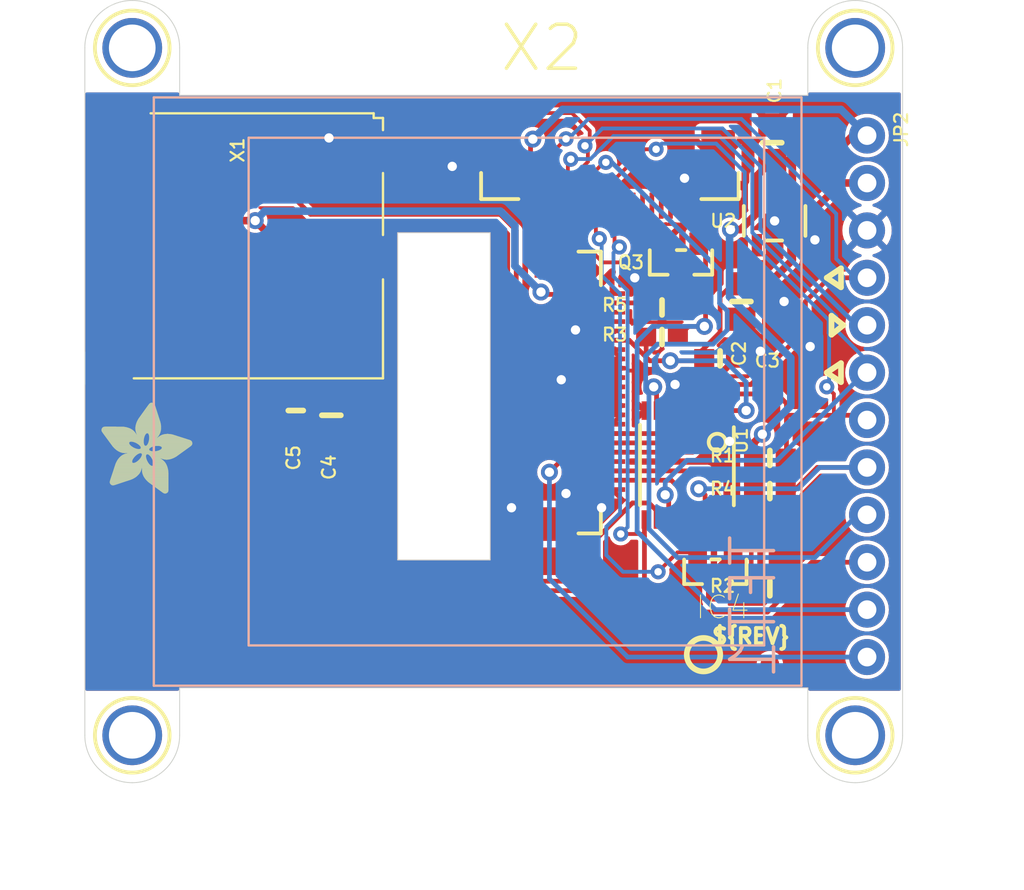
<source format=kicad_pcb>
(kicad_pcb (version 20221018) (generator pcbnew)
  (layers (0 "F.Cu" signal) (1 "In1.Cu" signal) (2 "In2.Cu" signal) (3 "In3.Cu" signal) (4 "In4.Cu" signal) (5 "In5.Cu" signal) (6 "In6.Cu" signal) (7 "In7.Cu" signal) (8 "In8.Cu" signal) (9 "In9.Cu" signal) (10 "In10.Cu" signal) (11 "In11.Cu" signal) (12 "In12.Cu" signal) (13 "In13.Cu" signal) (14 "In14.Cu" signal) (31 "B.Cu" signal) (34 "B.Paste" user) (35 "F.Paste" user) (36 "B.SilkS" user "B.Silkscreen") (37 "F.SilkS" user "F.Silkscreen") (38 "B.Mask" user) (39 "F.Mask" user) (44 "Edge.Cuts" user))
  (net 0 "")
  (net 1 "GND")
  (net 2 "SCK")
  (net 3 "SCK_3V")
  (net 4 "MOSI")
  (net 5 "MOSI_3V")
  (net 6 "MISO")
  (net 7 "+3V3")
  (net 8 "CARDCS")
  (net 9 "CARDCS_3V")
  (net 10 "LEDK")
  (net 11 "LITE")
  (net 12 "TFTDC")
  (net 13 "TFTDC_3V")
  (net 14 "TFTCS_3V")
  (net 15 "TFTCS")
  (net 16 "VIN")
  (net 17 "TFTRST_3V")
  (net 18 "TFTRST")
  (net 19 "N$1")
  (net 20 "TE")
  (footprint "working:PLABEL5" (layer "F.Cu") (at 162.2806 104.3686)
    (fp_text reference "PLABEL5" hide)
    (fp_text value "" hide)
  )
  (footprint "working:PLABEL16" (layer "F.Cu") (at 165.8366 119.8626)
    (fp_text reference "PLABEL16" hide)
    (fp_text value "" hide)
  )
  (footprint "working:PLABEL3" (layer "F.Cu") (at 167.2336 114.0206)
    (fp_text reference "PLABEL3" hide)
    (fp_text value "" hide)
  )
  (footprint "working:PLABEL15" (layer "F.Cu") (at 164.6936 93.8276)
    (fp_text reference "PLABEL15" hide)
    (fp_text value "" hide)
  )
  (footprint "working:SOT23-WIDE" (layer "F.Cu") (at 158.5341 98.0821 180)
    (fp_text reference "Q3")
    (fp_text value "BSS138")
  )
  (footprint "working:PLABEL0" (layer "F.Cu") (at 165.2016 91.6686)
    (fp_text reference "PLABEL0" hide)
    (fp_text value "" hide)
  )
  (footprint "working:1X12_ROUND_76MIL" (layer "F.Cu") (at 168.5036 105.2576 -90)
    (fp_text reference "JP2")
    (fp_text value "")
  )
  (footprint "working:PLABEL13" (layer "F.Cu") (at 132.9436 110.3376)
    (fp_text reference "PLABEL13" hide)
    (fp_text value "" hide)
  )
  (footprint "working:PCBFEAT-REV-040" (layer "F.Cu") (at 159.7406 119.1006 180)
    (fp_text reference "U$2" hide)
    (fp_text value "" hide)
  )
  (footprint "working:ADAFRUIT_5MM" (layer "F.Cu") (at 127.4826 110.4646)
    (fp_text reference "U$1" hide)
    (fp_text value "" hide)
  )
  (footprint "working:PLABEL12" (layer "F.Cu") (at 127.3556 112.4966)
    (fp_text reference "PLABEL12" hide)
    (fp_text value "" hide)
  )
  (footprint "working:PLABEL1" (layer "F.Cu") (at 164.9476 109.5756)
    (fp_text reference "PLABEL1" hide)
    (fp_text value "" hide)
  )
  (footprint "working:EYE_SPI_DISPLAY_BOTCONTACT" (layer "F.Cu") (at 154.7241 93.8911 180)
    (fp_text reference "X2")
    (fp_text value "EYE_SPI_DISPLAY_FLIP")
  )
  (footprint "working:PLABEL9" (layer "F.Cu") (at 127.3556 117.4496)
    (fp_text reference "PLABEL9" hide)
    (fp_text value "" hide)
  )
  (footprint "working:0805-NO" (layer "F.Cu") (at 163.4236 91.6686 90)
    (fp_text reference "C1")
    (fp_text value "10uF")
  )
  (footprint "working:PLABEL14" (layer "F.Cu") (at 167.2336 98.0186 90)
    (fp_text reference "PLABEL14" hide)
    (fp_text value "" hide)
  )
  (footprint "working:PLABEL7" (layer "F.Cu") (at 162.6616 101.9556)
    (fp_text reference "PLABEL7" hide)
    (fp_text value "" hide)
  )
  (footprint "working:PLABEL8" (layer "F.Cu") (at 164.9476 117.0686)
    (fp_text reference "PLABEL8" hide)
    (fp_text value "" hide)
  )
  (footprint "working:FIDUCIAL_1MM" (layer "F.Cu") (at 163.2966 119.6086)
    (fp_text reference "U$5" hide)
    (fp_text value "FIDUCIAL_1MM" hide)
  )
  (footprint "working:PLABEL6" (layer "F.Cu") (at 163.2966 99.4156)
    (fp_text reference "PLABEL6" hide)
    (fp_text value "" hide)
  )
  (footprint "working:0603-NO" (layer "F.Cu") (at 157.5181 100.4951 180)
    (fp_text reference "R5")
    (fp_text value "10")
  )
  (footprint "working:PLABEL10" (layer "F.Cu") (at 127.3556 120.1166)
    (fp_text reference "PLABEL10" hide)
    (fp_text value "" hide)
  )
  (footprint "working:SOT23-WIDE" (layer "F.Cu") (at 160.3756 114.6556 180)
    (fp_text reference "IC4")
    (fp_text value "APX803-SAG")
  )
  (footprint "working:MICROSD" (layer "F.Cu") (at 134.9756 97.3836 -90)
    (fp_text reference "X1")
    (fp_text value "MICROSD")
  )
  (footprint "working:MOUNTINGHOLE_2.5_PLATED" (layer "F.Cu") (at 129.1336 86.5886)
    (fp_text reference "U$7" hide)
    (fp_text value "MOUNTINGHOLE2.5" hide)
  )
  (footprint "working:MOUNTINGHOLE_2.5_PLATED" (layer "F.Cu") (at 167.8686 86.5886)
    (fp_text reference "U$9" hide)
    (fp_text value "MOUNTINGHOLE2.5" hide)
  )
  (footprint "working:TSSOP16" (layer "F.Cu") (at 158.8516 108.9406 180)
    (fp_text reference "U1")
    (fp_text value "74HC4050PWR")
  )
  (footprint "working:FIDUCIAL_1MM" (layer "F.Cu") (at 144.7546 90.5256)
    (fp_text reference "U$4" hide)
    (fp_text value "FIDUCIAL_1MM" hide)
  )
  (footprint "working:0603-NO" (layer "F.Cu") (at 163.2966 110.3376 180)
    (fp_text reference "R4")
    (fp_text value "10K")
  )
  (footprint "working:PLABEL2" (layer "F.Cu") (at 165.2016 112.1156)
    (fp_text reference "PLABEL2" hide)
    (fp_text value "" hide)
  )
  (footprint "working:0805-NO" (layer "F.Cu") (at 161.7726 100.1776 -90)
    (fp_text reference "C2")
    (fp_text value "10uF")
  )
  (footprint "working:MOUNTINGHOLE_2.5_PLATED" (layer "F.Cu") (at 129.1336 123.4186)
    (fp_text reference "U$8" hide)
    (fp_text value "MOUNTINGHOLE2.5" hide)
  )
  (footprint "working:0603-NO" (layer "F.Cu") (at 160.6296 103.2256)
    (fp_text reference "C3")
    (fp_text value "0.1uF")
  )
  (footprint "working:MOUNTINGHOLE_2.5_PLATED" (layer "F.Cu") (at 167.8686 123.4186)
    (fp_text reference "U$10" hide)
    (fp_text value "MOUNTINGHOLE2.5" hide)
  )
  (footprint "working:0603-NO" (layer "F.Cu") (at 163.2966 108.5596 180)
    (fp_text reference "R1")
    (fp_text value "10K")
  )
  (footprint "working:0603-NO" (layer "F.Cu") (at 157.5181 102.0826 180)
    (fp_text reference "R3")
    (fp_text value "10K")
  )
  (footprint "working:PLABEL11" (layer "F.Cu") (at 127.3556 114.6556)
    (fp_text reference "PLABEL11" hide)
    (fp_text value "" hide)
  )
  (footprint "working:SOT23-5" (layer "F.Cu") (at 163.5506 95.8596 180)
    (fp_text reference "U2")
    (fp_text value "AP2127K-3.3")
  )
  (footprint "working:PLABEL4" (layer "F.Cu") (at 167.3606 107.0356)
    (fp_text reference "PLABEL4" hide)
    (fp_text value "" hide)
  )
  (footprint "working:0603-NO" (layer "F.Cu") (at 163.2966 115.5446 180)
    (fp_text reference "R2")
    (fp_text value "10K")
  )
  (footprint "working:0805-NO" (layer "F.Cu") (at 139.8016 106.2736 -90)
    (fp_text reference "C4")
    (fp_text value "10uF")
  )
  (footprint "working:0603-NO" (layer "F.Cu") (at 137.8966 106.0196 -90)
    (fp_text reference "C5")
    (fp_text value "0.1uF")
  )
  (footprint "working:PLABEL17" (layer "B.Cu") (at 167.4876 91.2876 180)
    (fp_text reference "PLABEL17" hide)
    (fp_text value "" hide)
  )
  (footprint "working:PLABEL19" (layer "B.Cu") (at 167.4876 96.3676 180)
    (fp_text reference "PLABEL19" hide)
    (fp_text value "" hide)
  )
  (footprint "working:TFT_1.54IN_240X240_22PIN" (layer "B.Cu") (at 153.6446 105.0036 90)
    (fp_text reference "TFT1")
    (fp_text value "DISP_TFT_1.54IN_240X240_22P")
  )
  (footprint "working:PLABEL26" (layer "B.Cu") (at 167.4876 114.1476 180)
    (fp_text reference "PLABEL26" hide)
    (fp_text value "" hide)
  )
  (footprint "working:PLABEL21" (layer "B.Cu") (at 167.4876 101.4476 180)
    (fp_text reference "PLABEL21" hide)
    (fp_text value "" hide)
  )
  (footprint "working:PLABEL27" (layer "B.Cu") (at 167.4876 116.6876 180)
    (fp_text reference "PLABEL27" hide)
    (fp_text value "" hide)
  )
  (footprint "working:PLABEL22" (layer "B.Cu") (at 167.4876 103.9876 180)
    (fp_text reference "PLABEL22" hide)
    (fp_text value "" hide)
  )
  (footprint "working:PLABEL20" (layer "B.Cu") (at 167.4876 98.9076 180)
    (fp_text reference "PLABEL20" hide)
    (fp_text value "" hide)
  )
  (footprint "working:PLABEL28" (layer "B.Cu") (at 128.2446 105.2576 -90)
    (fp_text reference "PLABEL28" hide)
    (fp_text value "" hide)
  )
  (footprint "working:PLABEL29" (layer "B.Cu") (at 167.4876 119.2276 180)
    (fp_text reference "PLABEL29" hide)
    (fp_text value "" hide)
  )
  (footprint "working:PLABEL18" (layer "B.Cu") (at 167.4876 93.8276 180)
    (fp_text reference "PLABEL18" hide)
    (fp_text value "" hide)
  )
  (footprint "working:PLABEL23" (layer "B.Cu") (at 167.4876 106.5276 180)
    (fp_text reference "PLABEL23" hide)
    (fp_text value "" hide)
  )
  (footprint "working:PLABEL25" (layer "B.Cu") (at 167.4876 111.6076 180)
    (fp_text reference "PLABEL25" hide)
    (fp_text value "" hide)
  )
  (footprint "working:PLABEL24" (layer "B.Cu") (at 167.4876 109.0676 180)
    (fp_text reference "PLABEL24" hide)
    (fp_text value "" hide)
  )
  (gr_line (start 167.2336 101.4476) (end 166.5986 100.9396) (stroke (width 0.3048)) (layer "F.SilkS"))
  (gr_line (start 166.3446 98.9076) (end 167.1066 98.3996) (stroke (width 0.3048)) (layer "F.SilkS"))
  (gr_line (start 166.5986 100.9396) (end 166.5986 101.9556) (stroke (width 0.3048)) (layer "F.SilkS"))
  (gr_line (start 167.1066 104.4956) (end 166.3446 103.9876) (stroke (width 0.3048)) (layer "F.SilkS"))
  (gr_line (start 167.1066 103.4796) (end 167.1066 104.4956) (stroke (width 0.3048)) (layer "F.SilkS"))
  (gr_line (start 166.3446 103.9876) (end 167.1066 103.4796) (stroke (width 0.3048)) (layer "F.SilkS"))
  (gr_line (start 166.5986 101.9556) (end 167.2336 101.4476) (stroke (width 0.3048)) (layer "F.SilkS"))
  (gr_line (start 167.1066 99.4156) (end 166.3446 98.9076) (stroke (width 0.3048)) (layer "F.SilkS"))
  (gr_line (start 167.1066 98.3996) (end 167.1066 99.4156) (stroke (width 0.3048)) (layer "F.SilkS"))
  (gr_line (start 165.3286 89.1286) (end 131.6736 89.1286) (stroke (width 0.05)) (layer "Edge.Cuts"))
  (gr_arc (start 126.5936 86.5886) (mid 127.337549 84.792549) (end 129.1336 84.0486) (stroke (width 0.05)) (layer "Edge.Cuts"))
  (gr_line (start 165.3286 120.8786) (end 165.3286 123.4186) (stroke (width 0.05)) (layer "Edge.Cuts"))
  (gr_arc (start 129.1336 84.0486) (mid 130.929651 84.792549) (end 131.6736 86.5886) (stroke (width 0.05)) (layer "Edge.Cuts"))
  (gr_arc (start 129.1336 125.9586) (mid 127.337549 125.214651) (end 126.5936 123.4186) (stroke (width 0.05)) (layer "Edge.Cuts"))
  (gr_line (start 143.3576 114.0206) (end 148.3106 114.0206) (stroke (width 0.05)) (layer "Edge.Cuts"))
  (gr_line (start 148.3106 96.4946) (end 143.3576 96.4946) (stroke (width 0.05)) (layer "Edge.Cuts"))
  (gr_line (start 148.3106 114.0206) (end 148.3106 96.4946) (stroke (width 0.05)) (layer "Edge.Cuts"))
  (gr_line (start 143.3576 96.4946) (end 143.3576 114.0206) (stroke (width 0.05)) (layer "Edge.Cuts"))
  (gr_arc (start 167.8686 84.0486) (mid 169.664651 84.792549) (end 170.4086 86.5886) (stroke (width 0.05)) (layer "Edge.Cuts"))
  (gr_line (start 170.4086 123.4186) (end 170.4086 86.5886) (stroke (width 0.05)) (layer "Edge.Cuts"))
  (gr_arc (start 170.4086 123.4186) (mid 169.664651 125.214651) (end 167.8686 125.9586) (stroke (width 0.05)) (layer "Edge.Cuts"))
  (gr_line (start 131.6736 120.8786) (end 165.3286 120.8786) (stroke (width 0.05)) (layer "Edge.Cuts"))
  (gr_arc (start 131.6736 123.4186) (mid 130.929651 125.214651) (end 129.1336 125.9586) (stroke (width 0.05)) (layer "Edge.Cuts"))
  (gr_line (start 165.3286 86.5886) (end 165.3286 89.1286) (stroke (width 0.05)) (layer "Edge.Cuts"))
  (gr_line (start 126.5936 86.5886) (end 126.5936 123.4186) (stroke (width 0.05)) (layer "Edge.Cuts"))
  (gr_line (start 131.6736 89.1286) (end 131.6736 86.5886) (stroke (width 0.05)) (layer "Edge.Cuts"))
  (gr_arc (start 167.8686 125.9586) (mid 166.072549 125.214651) (end 165.3286 123.4186) (stroke (width 0.05)) (layer "Edge.Cuts"))
  (gr_line (start 131.6736 123.4186) (end 131.6736 120.8786) (stroke (width 0.05)) (layer "Edge.Cuts"))
  (gr_arc (start 165.3286 86.5886) (mid 166.072549 84.792549) (end 167.8686 84.0486) (stroke (width 0.05)) (layer "Edge.Cuts"))
  (segment (start 152.934596 101.7536) (end 152.8826 101.7016) (width 0.254) (layer "F.Cu") (net 1))
  (segment (start 155.7316 103.8806) (end 155.6046 103.7536) (width 0.2032) (layer "F.Cu") (net 1))
  (segment (start 158.05705 104.6226) (end 157.31505 103.8806) (width 0.2032) (layer "F.Cu") (net 1))
  (segment (start 154.8426 101.7536) (end 152.934596 101.7536) (width 0.254) (layer "F.Cu") (net 1))
  (segment (start 154.8426 104.7536) (end 152.5056 104.7536) (width 0.2032) (layer "F.Cu") (net 1))
  (segment (start 154.8426 103.7536) (end 155.6046 103.7536) (width 0.2032) (layer "F.Cu") (net 1))
  (segment (start 152.5056 104.7536) (end 152.1206 104.3686) (width 0.2032) (layer "F.Cu") (net 1))
  (segment (start 157.31505 103.8806) (end 155.7316 103.8806) (width 0.2032) (layer "F.Cu") (net 1))
  (segment (start 158.2166 104.6226) (end 158.05705 104.6226) (width 0.2032) (layer "F.Cu") (net 1))
  (via (at 165.7096 96.8756) (size 0.9064) (drill 0.5) (layers "F.Cu" "B.Cu") (net 1))
  (via (at 149.4536 111.2266) (size 0.9064) (drill 0.5) (layers "F.Cu" "B.Cu") (net 1))
  (via (at 161.1376 107.6706) (size 0.9064) (drill 0.5) (layers "F.Cu" "B.Cu") (net 1))
  (via (at 152.8826 101.7016) (size 0.9064) (drill 0.5) (layers "F.Cu" "B.Cu") (net 1))
  (via (at 162.7886 102.8446) (size 0.9064) (drill 0.5) (layers "F.Cu" "B.Cu") (net 1))
  (via (at 152.1206 104.3686) (size 0.9064) (drill 0.5) (layers "F.Cu" "B.Cu") (net 1))
  (via (at 156.0576 98.9076) (size 0.9064) (drill 0.5) (layers "F.Cu" "B.Cu") (net 1))
  (via (at 165.4556 102.5906) (size 0.9064) (drill 0.5) (layers "F.Cu" "B.Cu") (net 1))
  (via (at 154.2796 111.2266) (size 0.9064) (drill 0.5) (layers "F.Cu" "B.Cu") (net 1))
  (via (at 158.2166 104.6226) (size 0.9064) (drill 0.5) (layers "F.Cu" "B.Cu") (net 1))
  (via (at 163.5506 95.8596) (size 0.9064) (drill 0.5) (layers "F.Cu" "B.Cu") (net 1))
  (via (at 146.2786 92.9386) (size 0.9064) (drill 0.5) (layers "F.Cu" "B.Cu") (net 1))
  (via (at 152.3746 110.4646) (size 0.9064) (drill 0.5) (layers "F.Cu" "B.Cu") (net 1))
  (via (at 139.6746 91.4146) (size 0.9064) (drill 0.5) (layers "F.Cu" "B.Cu") (net 1))
  (via (at 158.7246 93.5736) (size 0.9064) (drill 0.5) (layers "F.Cu" "B.Cu") (net 1))
  (via (at 164.0586 100.1776) (size 0.9064) (drill 0.5) (layers "F.Cu" "B.Cu") (net 1))
  (segment (start 158.5266 106.0228) (end 158.5266 105.4556) (width 0.254) (layer "F.Cu") (net 2))
  (segment (start 166.4716 98.9076) (end 168.5036 98.9076) (width 0.254) (layer "F.Cu") (net 2))
  (segment (start 165.2016 101.7016) (end 165.2016 100.1776) (width 0.254) (layer "F.Cu") (net 2))
  (segment (start 165.2016 100.1776) (end 166.4716 98.9076) (width 0.254) (layer "F.Cu") (net 2))
  (segment (start 158.5266 105.4556) (end 159.3596 104.6226) (width 0.254) (layer "F.Cu") (net 2))
  (segment (start 165.2016 101.7016) (end 162.280596 104.6226) (width 0.254) (layer "F.Cu") (net 2))
  (segment (start 151.9741 93.2671) (end 151.8471 93.1401) (width 0.2032) (layer "F.Cu") (net 2))
  (segment (start 151.8471 91.9897) (end 151.8471 93.1401) (width 0.2032) (layer "F.Cu") (net 2))
  (segment (start 159.3596 104.6226) (end 162.280596 104.6226) (width 0.254) (layer "F.Cu") (net 2))
  (segment (start 151.9741 93.2671) (end 151.9741 95.0451) (width 0.2032) (layer "F.Cu") (net 2))
  (segment (start 152.3746 91.4622) (end 151.8471 91.9897) (width 0.2032) (layer "F.Cu") (net 2))
  (via (at 152.3746 91.4622) (size 0.8064) (drill 0.4) (layers "F.Cu" "B.Cu") (net 2))
  (segment (start 166.8526 95.4786) (end 166.8526 97.8916) (width 0.2032) (layer "B.Cu") (net 2))
  (segment (start 167.8686 98.9076) (end 166.8526 97.8916) (width 0.2032) (layer "B.Cu") (net 2))
  (segment (start 153.5652 90.3986) (end 161.7726 90.3986) (width 0.2032) (layer "B.Cu") (net 2))
  (segment (start 153.5652 90.3986) (end 152.5016 91.4622) (width 0.2032) (layer "B.Cu") (net 2))
  (segment (start 152.5016 91.4622) (end 152.3746 91.4622) (width 0.2032) (layer "B.Cu") (net 2))
  (segment (start 167.8686 98.9076) (end 168.5036 98.9076) (width 0.2032) (layer "B.Cu") (net 2))
  (segment (start 161.7726 90.3986) (end 166.8526 95.4786) (width 0.2032) (layer "B.Cu") (net 2))
  (segment (start 149.7076 96.3676) (end 149.7076 104.8766) (width 0.254) (layer "F.Cu") (net 3))
  (segment (start 159.1766 106.7106) (end 159.1766 106.0228) (width 0.254) (layer "F.Cu") (net 3))
  (segment (start 148.8466 95.5066) (end 149.7076 96.3676) (width 0.254) (layer "F.Cu") (net 3))
  (segment (start 152.5846 107.7536) (end 154.8426 107.7536) (width 0.254) (layer "F.Cu") (net 3))
  (segment (start 138.6866 95.5066) (end 137.9246 94.7446) (width 0.254) (layer "F.Cu") (net 3))
  (segment (start 131.8286 94.7446) (end 137.9246 94.7446) (width 0.254) (layer "F.Cu") (net 3))
  (segment (start 158.1336 107.7536) (end 159.1766 106.7106) (width 0.254) (layer "F.Cu") (net 3))
  (segment (start 149.7076 104.8766) (end 152.5846 107.7536) (width 0.254) (layer "F.Cu") (net 3))
  (segment (start 154.8426 107.7536) (end 158.1336 107.7536) (width 0.254) (layer "F.Cu") (net 3))
  (segment (start 148.8466 95.5066) (end 138.6866 95.5066) (width 0.254) (layer "F.Cu") (net 3))
  (segment (start 157.6891 110.571225) (end 157.6891 110.537) (width 0.254) (layer "F.Cu") (net 4))
  (segment (start 152.6286 92.5576) (end 152.474115 92.712085) (width 0.2032) (layer "F.Cu") (net 4))
  (segment (start 152.4741 92.712085) (end 152.4741 95.0451) (width 0.2032) (layer "F.Cu") (net 4))
  (segment (start 152.474115 92.712085) (end 152.4741 92.712085) (width 0.2032) (layer "F.Cu") (net 4))
  (segment (start 157.8766 111.8584) (end 157.8766 110.758725) (width 0.254) (layer "F.Cu") (net 4))
  (segment (start 157.8766 110.758725) (end 157.6891 110.571225) (width 0.254) (layer "F.Cu") (net 4))
  (via (at 152.6286 92.5576) (size 0.8064) (drill 0.4) (layers "F.Cu" "B.Cu") (net 4))
  (via (at 157.6891 110.537) (size 0.9064) (drill 0.5) (layers "F.Cu" "B.Cu") (net 4))
  (segment (start 168.5036 103.3526) (end 166.8526 101.7016) (width 0.2032) (layer "B.Cu") (net 4))
  (segment (start 154.915668 91.313) (end 160.588262 91.313) (width 0.2032) (layer "B.Cu") (net 4))
  (segment (start 152.6286 92.5576) (end 152.6414 92.5448) (width 0.2032) (layer "B.Cu") (net 4))
  (segment (start 160.588262 91.313) (end 162.3568 93.081538) (width 0.2032) (layer "B.Cu") (net 4))
  (segment (start 158.8516 108.6866) (end 163.6776 108.6866) (width 0.254) (layer "B.Cu") (net 4))
  (segment (start 152.6414 92.5448) (end 153.683868 92.5448) (width 0.2032) (layer "B.Cu") (net 4))
  (segment (start 162.3568 96.482963) (end 166.8526 100.978763) (width 0.2032) (layer "B.Cu") (net 4))
  (segment (start 157.6891 109.8491) (end 158.8516 108.6866) (width 0.254) (layer "B.Cu") (net 4))
  (segment (start 153.683868 92.5448) (end 154.915668 91.313) (width 0.2032) (layer "B.Cu") (net 4))
  (segment (start 168.3766 103.9876) (end 168.5036 103.9876) (width 0.254) (layer "B.Cu") (net 4))
  (segment (start 166.8526 100.978763) (end 166.8526 101.7016) (width 0.2032) (layer "B.Cu") (net 4))
  (segment (start 162.3568 93.081538) (end 162.3568 96.482963) (width 0.2032) (layer "B.Cu") (net 4))
  (segment (start 168.3766 103.9876) (end 163.6776 108.6866) (width 0.254) (layer "B.Cu") (net 4))
  (segment (start 157.6891 110.537) (end 157.6891 109.8491) (width 0.254) (layer "B.Cu") (net 4))
  (segment (start 168.5036 103.9876) (end 168.5036 103.3526) (width 0.2032) (layer "B.Cu") (net 4))
  (segment (start 158.5266 110.2666) (end 158.5266 111.8584) (width 0.254) (layer "F.Cu") (net 5))
  (segment (start 158.0136 109.7536) (end 158.5266 110.2666) (width 0.254) (layer "F.Cu") (net 5))
  (segment (start 153.3906 114.6556) (end 153.3906 109.8296) (width 0.254) (layer "F.Cu") (net 5))
  (segment (start 136.3726 109.0676) (end 142.4686 115.1636) (width 0.254) (layer "F.Cu") (net 5))
  (segment (start 153.3906 109.8296) (end 153.4456 109.7746) (width 0.254) (layer "F.Cu") (net 5))
  (segment (start 142.4686 115.1636) (end 152.8826 115.1636) (width 0.254) (layer "F.Cu") (net 5))
  (segment (start 154.8216 109.7746) (end 153.4456 109.7746) (width 0.254) (layer "F.Cu") (net 5))
  (segment (start 154.8426 109.7536) (end 158.0136 109.7536) (width 0.254) (layer "F.Cu") (net 5))
  (segment (start 154.8216 109.7746) (end 154.8426 109.7536) (width 0.254) (layer "F.Cu") (net 5))
  (segment (start 136.3726 98.3996) (end 136.3726 109.0676) (width 0.254) (layer "F.Cu") (net 5))
  (segment (start 152.8826 115.1636) (end 153.3906 114.6556) (width 0.254) (layer "F.Cu") (net 5))
  (segment (start 134.917596 96.9446) (end 136.3726 98.3996) (width 0.254) (layer "F.Cu") (net 5))
  (segment (start 131.8286 96.9446) (end 134.917596 96.9446) (width 0.254) (layer "F.Cu") (net 5))
  (segment (start 153.5456 91.9918) (end 153.5456 92.6956) (width 0.2032) (layer "F.Cu") (net 6))
  (segment (start 153.6446 91.0336) (end 152.6921 90.0811) (width 0.2032) (layer "F.Cu") (net 6))
  (segment (start 152.9741 93.2671) (end 152.9741 95.0451) (width 0.2032) (layer "F.Cu") (net 6))
  (segment (start 153.5456 92.6956) (end 152.9741 93.2671) (width 0.2032) (layer "F.Cu") (net 6))
  (segment (start 152.6921 90.0811) (end 147.6121 90.0811) (width 0.2032) (layer "F.Cu") (net 6))
  (segment (start 143.3576 94.3356) (end 140.5636 94.3356) (width 0.2032) (layer "F.Cu") (net 6))
  (segment (start 153.6446 91.0336) (end 153.6446 91.5828) (width 0.2032) (layer "F.Cu") (net 6))
  (segment (start 131.8286 92.5446) (end 138.7726 92.5446) (width 0.254) (layer "F.Cu") (net 6))
  (segment (start 153.3906 91.8368) (end 153.5456 91.9918) (width 0.2032) (layer "F.Cu") (net 6))
  (segment (start 138.7726 92.5446) (end 140.5636 94.3356) (width 0.254) (layer "F.Cu") (net 6))
  (segment (start 153.3906 91.8368) (end 153.6446 91.5828) (width 0.2032) (layer "F.Cu") (net 6))
  (segment (start 147.6121 90.0811) (end 143.3576 94.3356) (width 0.2032) (layer "F.Cu") (net 6))
  (via (at 153.3906 91.8368) (size 0.8064) (drill 0.4) (layers "F.Cu" "B.Cu") (net 6))
  (segment (start 162.7886 92.9386) (end 160.7566 90.9066) (width 0.2032) (layer "B.Cu") (net 6))
  (segment (start 160.7566 90.9066) (end 154.3208 90.9066) (width 0.2032) (layer "B.Cu") (net 6))
  (segment (start 167.9321 101.4476) (end 162.7886 96.3041) (width 0.254) (layer "B.Cu") (net 6))
  (segment (start 153.3906 91.8368) (end 154.3208 90.9066) (width 0.2032) (layer "B.Cu") (net 6))
  (segment (start 162.7886 96.3041) (end 162.7886 92.9386) (width 0.2032) (layer "B.Cu") (net 6))
  (segment (start 168.5036 101.4476) (end 167.9321 101.4476) (width 0.254) (layer "B.Cu") (net 6))
  (segment (start 168.5036 93.8276) (end 167.1066 93.8276) (width 0.4064) (layer "F.Cu") (net 7))
  (segment (start 152.3746 102.7176) (end 151.8666 102.2096) (width 0.4064) (layer "F.Cu") (net 7))
  (segment (start 154.8426 101.2536) (end 154.8426 100.7536) (width 0.254) (layer "F.Cu") (net 7))
  (segment (start 153.8266 102.2536) (end 153.8266 102.2816) (width 0.254) (layer "F.Cu") (net 7))
  (segment (start 153.8266 102.2816) (end 153.3906 102.7176) (width 0.254) (layer "F.Cu") (net 7))
  (segment (start 164.5006 97.9576) (end 164.5006 97.1597) (width 0.4064) (layer "F.Cu") (net 7))
  (segment (start 159.7796 103.2256) (end 159.5061 102.9521) (width 0.254) (layer "F.Cu") (net 7))
  (segment (start 161.7726 99.2276) (end 161.3256 99.2276) (width 0.254) (layer "F.Cu") (net 7))
  (segment (start 151.0326 99.6696) (end 151.1596 99.7966) (width 0.254) (layer "F.Cu") (net 7))
  (segment (start 159.6526 103.3526) (end 159.7796 103.2256) (width 0.254) (layer "F.Cu") (net 7))
  (segment (start 153.3906 100.0506) (end 153.3906 100.7536) (width 0.4064) (layer "F.Cu") (net 7))
  (segment (start 153.6156 99.7966) (end 151.1596 99.7966) (width 0.254) (layer "F.Cu") (net 7))
  (segment (start 153.3906 102.7176) (end 152.3746 102.7176) (width 0.4064) (layer "F.Cu") (net 7))
  (segment (start 138.0506 105.3236) (end 137.8966 105.1696) (width 0.254) (layer "F.Cu") (net 7))
  (segment (start 156.8586 103.3526) (end 156.6681 103.1621) (width 0.254) (layer "F.Cu") (net 7))
  (segment (start 154.8426 98.5986) (end 153.3906 100.0506) (width 0.4064) (layer "F.Cu") (net 7))
  (segment (start 163.2306 99.2276) (end 164.5006 97.9576) (width 0.4064) (layer "F.Cu") (net 7))
  (segment (start 154.8426 102.2536) (end 153.8266 102.2536) (width 0.254) (layer "F.Cu") (net 7))
  (segment (start 159.6526 103.3526) (end 157.9626 103.3526) (width 0.254) (layer "F.Cu") (net 7))
  (segment (start 161.7726 99.2276) (end 163.2306 99.2276) (width 0.4064) (layer "F.Cu") (net 7))
  (segment (start 156.6681 102.0826) (end 156.6681 103.1621) (width 0.254) (layer "F.Cu") (net 7))
  (segment (start 156.8586 103.3526) (end 157.9626 103.3526) (width 0.254) (layer "F.Cu") (net 7))
  (segment (start 151.8666 102.2096) (end 151.8666 101.1936) (width 0.4064) (layer "F.Cu") (net 7))
  (segment (start 153.3906 100.7536) (end 154.8426 100.7536) (width 0.254) (layer "F.Cu") (net 7))
  (segment (start 137.8966 98.0186) (end 137.8966 105.1696) (width 0.4064) (layer "F.Cu") (net 7))
  (segment (start 161.3256 99.2276) (end 160.6296 99.9236) (width 0.254) (layer "F.Cu") (net 7))
  (segment (start 139.8016 105.3236) (end 138.0506 105.3236) (width 0.4064) (layer "F.Cu") (net 7))
  (segment (start 154.8426 99.7536) (end 154.8426 98.5986) (width 0.254) (layer "F.Cu") (net 7))
  (segment (start 152.3066 100.7536) (end 153.3906 100.7536) (width 0.4064) (layer "F.Cu") (net 7))
  (segment (start 154.8426 102.2536) (end 155.7596 102.2536) (width 0.254) (layer "F.Cu") (net 7))
  (segment (start 131.4286 95.8446) (end 135.7226 95.8446) (width 0.4064) (layer "F.Cu") (net 7))
  (segment (start 151.8666 101.1936) (end 152.3066 100.7536) (width 0.4064) (layer "F.Cu") (net 7))
  (segment (start 162.0266 106.0196) (end 162.0234 106.0228) (width 0.254) (layer "F.Cu") (net 7))
  (segment (start 162.0234 106.0228) (end 161.1266 106.0228) (width 0.254) (layer "F.Cu") (net 7))
  (segment (start 160.6296 101.8286) (end 159.5061 102.9521) (width 0.254) (layer "F.Cu") (net 7))
  (segment (start 154.8426 99.7536) (end 154.8426 98.5696) (width 0.254) (layer "F.Cu") (net 7))
  (segment (start 167.1066 93.8276) (end 164.5006 96.4336) (width 0.4064) (layer "F.Cu") (net 7))
  (segment (start 154.8426 98.5696) (end 153.6156 99.7966) (width 0.254) (layer "F.Cu") (net 7))
  (segment (start 135.7226 95.8446) (end 137.8966 98.0186) (width 0.4064) (layer "F.Cu") (net 7))
  (segment (start 160.6296 99.9236) (end 160.6296 101.8286) (width 0.254) (layer "F.Cu") (net 7))
  (segment (start 164.5006 96.4336) (end 164.5006 97.1597) (width 0.4064) (layer "F.Cu") (net 7))
  (segment (start 156.6681 103.1621) (end 155.7596 102.2536) (width 0.254) (layer "F.Cu") (net 7))
  (via (at 157.9626 103.3526) (size 0.9064) (drill 0.5) (layers "F.Cu" "B.Cu") (net 7))
  (via (at 151.0326 99.6696) (size 0.9064) (drill 0.5) (layers "F.Cu" "B.Cu") (net 7))
  (via (at 135.7226 95.8446) (size 0.9064) (drill 0.5) (layers "F.Cu" "B.Cu") (net 7))
  (via (at 162.0266 106.0196) (size 0.9064) (drill 0.5) (layers "F.Cu" "B.Cu") (net 7))
  (segment (start 162.0266 104.4956) (end 162.0266 106.0196) (width 0.254) (layer "B.Cu") (net 7))
  (segment (start 162.0266 104.4956) (end 160.8836 103.3526) (width 0.254) (layer "B.Cu") (net 7))
  (segment (start 149.6356 96.1136) (end 148.8586 95.3366) (width 0.4064) (layer "B.Cu") (net 7))
  (segment (start 149.6356 98.2726) (end 151.0326 99.6696) (width 0.4064) (layer "B.Cu") (net 7))
  (segment (start 149.6356 96.1136) (end 149.6356 98.2726) (width 0.4064) (layer "B.Cu") (net 7))
  (segment (start 148.8586 95.3366) (end 136.2306 95.3366) (width 0.4064) (layer "B.Cu") (net 7))
  (segment (start 135.7226 95.8446) (end 136.2306 95.3366) (width 0.4064) (layer "B.Cu") (net 7))
  (segment (start 160.8836 103.3526) (end 157.9626 103.3526) (width 0.254) (layer "B.Cu") (net 7))
  (segment (start 157.7086 116.8146) (end 163.1696 116.8146) (width 0.254) (layer "F.Cu") (net 8))
  (segment (start 164.1466 115.5446) (end 165.5436 114.1476) (width 0.254) (layer "F.Cu") (net 8))
  (segment (start 165.5436 114.1476) (end 168.5036 114.1476) (width 0.254) (layer "F.Cu") (net 8))
  (segment (start 154.9741 95.0451) (end 154.9741 97.2566) (width 0.2032) (layer "F.Cu") (net 8))
  (segment (start 156.5766 112.7506) (end 156.5766 115.6826) (width 0.254) (layer "F.Cu") (net 8))
  (segment (start 163.1696 116.8146) (end 164.1466 115.8376) (width 0.254) (layer "F.Cu") (net 8))
  (segment (start 156.5766 111.8584) (end 156.5766 112.7506) (width 0.254) (layer "F.Cu") (net 8))
  (segment (start 155.306193 112.634194) (end 156.460193 112.634194) (width 0.2032) (layer "F.Cu") (net 8))
  (segment (start 156.460193 112.634194) (end 156.5766 112.7506) (width 0.2032) (layer "F.Cu") (net 8))
  (segment (start 164.1466 115.8376) (end 164.1466 115.5446) (width 0.254) (layer "F.Cu") (net 8))
  (segment (start 156.5766 115.6826) (end 157.7086 116.8146) (width 0.254) (layer "F.Cu") (net 8))
  (segment (start 155.2321 97.2566) (end 154.9741 97.2566) (width 0.2032) (layer "F.Cu") (net 8))
  (via (at 155.2321 97.2566) (size 0.8064) (drill 0.4) (layers "F.Cu" "B.Cu") (net 8))
  (via (at 155.306193 112.634194) (size 0.8064) (drill 0.4) (layers "F.Cu" "B.Cu") (net 8))
  (segment (start 154.9186 97.5701) (end 154.9186 98.840575) (width 0.2032) (layer "B.Cu") (net 8))
  (segment (start 154.9186 98.840575) (end 155.6766 99.598575) (width 0.2032) (layer "B.Cu") (net 8))
  (segment (start 155.6766 112.263788) (end 155.306193 112.634194) (width 0.2032) (layer "B.Cu") (net 8))
  (segment (start 155.2321 97.2566) (end 154.9186 97.5701) (width 0.2032) (layer "B.Cu") (net 8))
  (segment (start 155.6766 99.598575) (end 155.6766 112.263788) (width 0.2032) (layer "B.Cu") (net 8))
  (segment (start 157.2266 111.8584) (end 157.2266 111.3796) (width 0.254) (layer "F.Cu") (net 9))
  (segment (start 154.0256 112.8776) (end 154.0256 114.7826) (width 0.254) (layer "F.Cu") (net 9))
  (segment (start 155.9306 110.9726) (end 154.0256 112.8776) (width 0.254) (layer "F.Cu") (net 9))
  (segment (start 135.2296 99.9236) (end 133.3506 98.0446) (width 0.254) (layer "F.Cu") (net 9))
  (segment (start 135.2296 109.3216) (end 135.2296 99.9236) (width 0.254) (layer "F.Cu") (net 9))
  (segment (start 157.2266 111.3796) (end 156.8196 110.9726) (width 0.254) (layer "F.Cu") (net 9))
  (segment (start 156.8196 110.9726) (end 155.9306 110.9726) (width 0.254) (layer "F.Cu") (net 9))
  (segment (start 133.3506 98.0446) (end 132.2286 98.0446) (width 0.254) (layer "F.Cu") (net 9))
  (segment (start 154.0256 114.7826) (end 153.1366 115.6716) (width 0.254) (layer "F.Cu") (net 9))
  (segment (start 141.5796 115.6716) (end 135.2296 109.3216) (width 0.254) (layer "F.Cu") (net 9))
  (segment (start 153.1366 115.6716) (end 141.5796 115.6716) (width 0.254) (layer "F.Cu") (net 9))
  (segment (start 156.4266 100.2536) (end 154.8426 100.2536) (width 0.254) (layer "F.Cu") (net 10))
  (segment (start 156.4266 100.2536) (end 156.6681 100.4951) (width 0.254) (layer "F.Cu") (net 10))
  (segment (start 159.8516 97.3226) (end 159.8516 101.4476) (width 0.254) (layer "F.Cu") (net 11))
  (segment (start 151.2316 96.4946) (end 152.7556 96.4946) (width 0.2032) (layer "F.Cu") (net 11))
  (segment (start 159.7881 101.5111) (end 159.8516 101.4476) (width 0.254) (layer "F.Cu") (net 11))
  (segment (start 159.2551 96.8531) (end 159.4841 97.0821) (width 0.254) (layer "F.Cu") (net 11))
  (segment (start 159.4841 97.0821) (end 159.4841 97.1956) (width 0.2032) (layer "F.Cu") (net 11))
  (segment (start 159.7881 101.5111) (end 158.9396 101.5111) (width 0.254) (layer "F.Cu") (net 11))
  (segment (start 154.3431 98.0821) (end 158.5976 98.0821) (width 0.2032) (layer "F.Cu") (net 11))
  (segment (start 150.9741 96.2371) (end 151.2316 96.4946) (width 0.2032) (layer "F.Cu") (net 11))
  (segment (start 152.7556 96.4946) (end 154.3431 98.0821) (width 0.2032) (layer "F.Cu") (net 11))
  (segment (start 158.9396 101.5111) (end 158.3681 102.0826) (width 0.254) (layer "F.Cu") (net 11))
  (segment (start 159.4841 97.1956) (end 158.5976 98.0821) (width 0.2032) (layer "F.Cu") (net 11))
  (segment (start 159.8516 97.3226) (end 159.3186 96.7896) (width 0.254) (layer "F.Cu") (net 11))
  (segment (start 159.2551 96.8531) (end 159.3186 96.7896) (width 0.2032) (layer "F.Cu") (net 11))
  (segment (start 150.9741 95.0451) (end 150.9741 96.2371) (width 0.2032) (layer "F.Cu") (net 11))
  (via (at 159.7881 101.5111) (size 0.9064) (drill 0.5) (layers "F.Cu" "B.Cu") (net 11))
  (segment (start 156.1846 102.3366) (end 157.0101 101.5111) (width 0.254) (layer "B.Cu") (net 11))
  (segment (start 156.1846 112.4966) (end 160.3756 116.6876) (width 0.254) (layer "B.Cu") (net 11))
  (segment (start 157.0101 101.5111) (end 159.7881 101.5111) (width 0.254) (layer "B.Cu") (net 11))
  (segment (start 156.1846 102.3366) (end 156.1846 112.4966) (width 0.254) (layer "B.Cu") (net 11))
  (segment (start 160.3756 116.6876) (end 168.5036 116.6876) (width 0.254) (layer "B.Cu") (net 11))
  (segment (start 157.2266 106.0228) (end 157.2266 104.9026) (width 0.254) (layer "F.Cu") (net 12))
  (segment (start 153.4741 93.65405) (end 154.405812 92.722338) (width 0.2032) (layer "F.Cu") (net 12))
  (segment (start 154.5076 92.722338) (end 154.405812 92.722338) (width 0.2032) (layer "F.Cu") (net 12))
  (segment (start 153.4741 95.0451) (end 153.4741 93.65405) (width 0.2032) (layer "F.Cu") (net 12))
  (segment (start 157.2266 104.9026) (end 157.0736 104.7496) (width 0.254) (layer "F.Cu") (net 12))
  (via (at 154.5076 92.722338) (size 0.8064) (drill 0.4) (layers "F.Cu" "B.Cu") (net 12))
  (via (at 157.0736 104.7496) (size 0.9064) (drill 0.5) (layers "F.Cu" "B.Cu") (net 12))
  (segment (start 157.0736 104.7496) (end 157.0736 104.8766) (width 0.254) (layer "B.Cu") (net 12))
  (segment (start 160.6042 98.5012) (end 154.825337 92.722338) (width 0.254) (layer "B.Cu") (net 12))
  (segment (start 160.6042 100.271544) (end 160.6042 98.5012) (width 0.254) (layer "B.Cu") (net 12))
  (segment (start 160.2486 102.4636) (end 161.0106 101.7016) (width 0.254) (layer "B.Cu") (net 12))
  (segment (start 154.825337 92.722338) (end 154.5076 92.722338) (width 0.254) (layer "B.Cu") (net 12))
  (segment (start 156.8196 105.1306) (end 156.8196 112.3696) (width 0.254) (layer "B.Cu") (net 12))
  (segment (start 156.8196 105.1306) (end 156.6418 104.9528) (width 0.254) (layer "B.Cu") (net 12))
  (segment (start 161.0106 100.677944) (end 160.6042 100.271544) (width 0.254) (layer "B.Cu") (net 12))
  (segment (start 165.7096 113.8936) (end 158.3436 113.8936) (width 0.254) (layer "B.Cu") (net 12))
  (segment (start 157.0736 104.8766) (end 156.8196 105.1306) (width 0.254) (layer "B.Cu") (net 12))
  (segment (start 161.0106 101.7016) (end 161.0106 100.677944) (width 0.254) (layer "B.Cu") (net 12))
  (segment (start 156.8196 112.3696) (end 158.3436 113.8936) (width 0.254) (layer "B.Cu") (net 12))
  (segment (start 157.2768 102.4636) (end 160.2486 102.4636) (width 0.254) (layer "B.Cu") (net 12))
  (segment (start 156.6418 104.9528) (end 156.6418 103.0986) (width 0.254) (layer "B.Cu") (net 12))
  (segment (start 156.6418 103.0986) (end 157.2768 102.4636) (width 0.254) (layer "B.Cu") (net 12))
  (segment (start 165.7096 113.8936) (end 167.9956 111.6076) (width 0.254) (layer "B.Cu") (net 12))
  (segment (start 167.9956 111.6076) (end 168.5036 111.6076) (width 0.254) (layer "B.Cu") (net 12))
  (segment (start 157.8766 106.8676) (end 157.8766 106.0228) (width 0.254) (layer "F.Cu") (net 13))
  (segment (start 157.4906 107.2536) (end 157.8766 106.8676) (width 0.254) (layer "F.Cu") (net 13))
  (segment (start 154.8426 107.2536) (end 157.4906 107.2536) (width 0.254) (layer "F.Cu") (net 13))
  (segment (start 160.4766 106.9346) (end 160.4766 106.0228) (width 0.254) (layer "F.Cu") (net 14))
  (segment (start 154.8426 108.2536) (end 159.1576 108.2536) (width 0.254) (layer "F.Cu") (net 14))
  (segment (start 159.1576 108.2536) (end 160.4766 106.9346) (width 0.254) (layer "F.Cu") (net 14))
  (segment (start 160.1216 105.1306) (end 163.6776 105.1306) (width 0.254) (layer "F.Cu") (net 15))
  (segment (start 159.8266 105.4256) (end 160.1216 105.1306) (width 0.254) (layer "F.Cu") (net 15))
  (segment (start 164.1466 108.5596) (end 164.1856 108.5596) (width 0.254) (layer "F.Cu") (net 15))
  (segment (start 166.7256 106.2736) (end 168.2496 106.2736) (width 0.254) (layer "F.Cu") (net 15))
  (segment (start 159.8266 106.0228) (end 159.8266 105.4256) (width 0.254) (layer "F.Cu") (net 15))
  (segment (start 164.1856 106.2736) (end 166.7256 106.2736) (width 0.254) (layer "F.Cu") (net 15))
  (segment (start 154.4741 94.1411) (end 156.5942 92.021) (width 0.2032) (layer "F.Cu") (net 15))
  (segment (start 166.3446 104.7496) (end 166.7256 105.1306) (width 0.2032) (layer "F.Cu") (net 15))
  (segment (start 168.2496 106.2736) (end 168.5036 106.5276) (width 0.254) (layer "F.Cu") (net 15))
  (segment (start 154.4741 95.0451) (end 154.4741 94.1411) (width 0.2032) (layer "F.Cu") (net 15))
  (segment (start 164.1856 106.2736) (end 164.1856 108.5596) (width 0.254) (layer "F.Cu") (net 15))
  (segment (start 156.5942 92.021) (end 157.2006 92.021) (width 0.2032) (layer "F.Cu") (net 15))
  (segment (start 163.6776 105.1306) (end 164.1856 105.6386) (width 0.254) (layer "F.Cu") (net 15))
  (segment (start 166.7256 105.1306) (end 166.7256 106.2736) (width 0.2032) (layer "F.Cu") (net 15))
  (segment (start 164.1856 105.6386) (end 164.1856 106.2736) (width 0.254) (layer "F.Cu") (net 15))
  (via (at 157.2006 92.021) (size 0.8064) (drill 0.4) (layers "F.Cu" "B.Cu") (net 15))
  (via (at 166.3446 104.7496) (size 0.8064) (drill 0.4) (layers "F.Cu" "B.Cu") (net 15))
  (segment (start 166.4716 104.6226) (end 166.3446 104.7496) (width 0.2032) (layer "B.Cu") (net 15))
  (segment (start 166.4462 101.869938) (end 166.4716 101.895338) (width 0.2032) (layer "B.Cu") (net 15))
  (segment (start 157.2006 92.021) (end 157.5022 91.7194) (width 0.2032) (layer "B.Cu") (net 15))
  (segment (start 166.4716 101.895338) (end 166.4716 104.6226) (width 0.2032) (layer "B.Cu") (net 15))
  (segment (start 161.9504 93.249875) (end 161.9504 96.6724) (width 0.2032) (layer "B.Cu") (net 15))
  (segment (start 157.5022 91.7194) (end 160.419925 91.7194) (width 0.2032) (layer "B.Cu") (net 15))
  (segment (start 166.4462 101.1682) (end 166.4462 101.869938) (width 0.2032) (layer "B.Cu") (net 15))
  (segment (start 160.419925 91.7194) (end 161.9504 93.249875) (width 0.2032) (layer "B.Cu") (net 15))
  (segment (start 161.9504 96.6724) (end 166.4462 101.1682) (width 0.2032) (layer "B.Cu") (net 15))
  (segment (start 164.5006 94.5595) (end 164.5006 92.6846) (width 0.4064) (layer "F.Cu") (net 16))
  (segment (start 162.4466 110.3376) (end 162.4466 108.5596) (width 0.4064) (layer "F.Cu") (net 16))
  (segment (start 164.5006 92.6846) (end 164.5666 92.6186) (width 0.4064) (layer "F.Cu") (net 16))
  (segment (start 150.4741 95.0451) (end 150.4741 91.6006) (width 0.254) (layer "F.Cu") (net 16))
  (segment (start 162.4466 108.5596) (end 162.4466 107.7372) (width 0.4064) (layer "F.Cu") (net 16))
  (segment (start 168.5036 91.2876) (end 167.7416 91.2876) (width 0.4064) (layer "F.Cu") (net 16))
  (segment (start 167.7416 91.2876) (end 166.4106 92.6186) (width 0.4064) (layer "F.Cu") (net 16))
  (segment (start 162.6006 95.4485) (end 161.7236 96.3255) (width 0.4064) (layer "F.Cu") (net 16))
  (segment (start 164.5666 92.6186) (end 163.4236 92.6186) (width 0.4064) (layer "F.Cu") (net 16))
  (segment (start 166.4106 92.6186) (end 164.5666 92.6186) (width 0.4064) (layer "F.Cu") (net 16))
  (segment (start 162.6006 95.4485) (end 162.6006 94.5595) (width 0.4064) (layer "F.Cu") (net 16))
  (segment (start 162.4466 115.5446) (end 162.8276 115.1636) (width 0.254) (layer "F.Cu") (net 16))
  (segment (start 162.4466 115.5446) (end 162.4466 115.6556) (width 0.4064) (layer "F.Cu") (net 16))
  (segment (start 162.6006 94.5595) (end 162.6006 93.4416) (width 0.4064) (layer "F.Cu") (net 16))
  (segment (start 162.8276 110.7186) (end 162.8276 115.1636) (width 0.4064) (layer "F.Cu") (net 16))
  (segment (start 150.5966 91.4781) (end 150.4741 91.6006) (width 0.4064) (layer "F.Cu") (net 16))
  (segment (start 161.187012 96.3255) (end 161.7236 96.3255) (width 0.4064) (layer "F.Cu") (net 16))
  (segment (start 162.6006 93.4416) (end 163.4236 92.6186) (width 0.4064) (layer "F.Cu") (net 16))
  (segment (start 162.8276 110.7186) (end 162.4466 110.3376) (width 0.4064) (layer "F.Cu") (net 16))
  (segment (start 160.3756 115.6556) (end 162.4466 115.6556) (width 0.4064) (layer "F.Cu") (net 16))
  (segment (start 162.8942 107.2896) (end 162.4466 107.7372) (width 0.4064) (layer "F.Cu") (net 16))
  (via (at 162.8942 107.2896) (size 0.9064) (drill 0.5) (layers "F.Cu" "B.Cu") (net 16))
  (via (at 161.187012 96.3255) (size 0.9064) (drill 0.5) (layers "F.Cu" "B.Cu") (net 16))
  (via (at 150.5966 91.4781) (size 0.9064) (drill 0.5) (layers "F.Cu" "B.Cu") (net 16))
  (segment (start 164.4182 103.2042) (end 164.4182 105.7656) (width 0.4064) (layer "B.Cu") (net 16))
  (segment (start 167.1066 89.8906) (end 152.1841 89.8906) (width 0.4064) (layer "B.Cu") (net 16))
  (segment (start 162.8942 107.2896) (end 164.4182 105.7656) (width 0.4064) (layer "B.Cu") (net 16))
  (segment (start 161.1376 96.374913) (end 161.1376 99.9236) (width 0.4064) (layer "B.Cu") (net 16))
  (segment (start 150.5966 91.4781) (end 152.1841 89.8906) (width 0.4064) (layer "B.Cu") (net 16))
  (segment (start 164.4182 103.2042) (end 161.1376 99.9236) (width 0.4064) (layer "B.Cu") (net 16))
  (segment (start 167.1066 89.8906) (end 168.5036 91.2876) (width 0.4064) (layer "B.Cu") (net 16))
  (segment (start 161.187012 96.3255) (end 161.1376 96.374913) (width 0.4064) (layer "B.Cu") (net 16))
  (segment (start 154.8426 109.2536) (end 159.9266 109.2536) (width 0.254) (layer "F.Cu") (net 17))
  (segment (start 160.4766 109.8036) (end 160.4766 111.8584) (width 0.254) (layer "F.Cu") (net 17))
  (segment (start 159.9266 109.2536) (end 160.4766 109.8036) (width 0.254) (layer "F.Cu") (net 17))
  (segment (start 157.31 114.659188) (end 158.352087 113.6171) (width 0.2032) (layer "F.Cu") (net 18))
  (segment (start 153.9741 96.6272) (end 154.159 96.8121) (width 0.2032) (layer "F.Cu") (net 18))
  (segment (start 159.4641 113.6171) (end 159.4256 113.6556) (width 0.254) (layer "F.Cu") (net 18))
  (segment (start 164.5666 110.3376) (end 165.8366 109.0676) (width 0.254) (layer "F.Cu") (net 18))
  (segment (start 164.1466 110.3376) (end 164.5666 110.3376) (width 0.254) (layer "F.Cu") (net 18))
  (segment (start 158.352087 113.6171) (end 159.4641 113.6171) (width 0.2032) (layer "F.Cu") (net 18))
  (segment (start 159.8266 110.5506) (end 159.4866 110.2106) (width 0.254) (layer "F.Cu") (net 18))
  (segment (start 165.8366 109.0676) (end 168.5036 109.0676) (width 0.254) (layer "F.Cu") (net 18))
  (segment (start 159.8266 111.8584) (end 159.8266 110.5506) (width 0.254) (layer "F.Cu") (net 18))
  (segment (start 159.8266 111.8584) (end 159.8266 113.2546) (width 0.254) (layer "F.Cu") (net 18))
  (segment (start 153.9741 95.0451) (end 153.9741 96.6272) (width 0.2032) (layer "F.Cu") (net 18))
  (segment (start 159.8266 113.2546) (end 159.4641 113.6171) (width 0.254) (layer "F.Cu") (net 18))
  (via (at 159.4866 110.2106) (size 0.9064) (drill 0.5) (layers "F.Cu" "B.Cu") (net 18))
  (via (at 154.159 96.8121) (size 0.8064) (drill 0.4) (layers "F.Cu" "B.Cu") (net 18))
  (via (at 157.31 114.659188) (size 0.8064) (drill 0.4) (layers "F.Cu" "B.Cu") (net 18))
  (segment (start 155.2702 111.506) (end 154.5336 112.2426) (width 0.2032) (layer "B.Cu") (net 18))
  (segment (start 159.4866 110.2106) (end 164.8206 110.2106) (width 0.254) (layer "B.Cu") (net 18))
  (segment (start 154.286 96.8121) (end 154.286 98.787) (width 0.2032) (layer "B.Cu") (net 18))
  (segment (start 165.9636 109.0676) (end 168.5036 109.0676) (width 0.254) (layer "B.Cu") (net 18))
  (segment (start 155.2702 99.7712) (end 155.2702 111.506) (width 0.2032) (layer "B.Cu") (net 18))
  (segment (start 164.8206 110.2106) (end 165.9636 109.0676) (width 0.254) (layer "B.Cu") (net 18))
  (segment (start 154.159 96.8121) (end 154.286 96.8121) (width 0.2032) (layer "B.Cu") (net 18))
  (segment (start 154.286 98.787) (end 155.2702 99.7712) (width 0.2032) (layer "B.Cu") (net 18))
  (segment (start 155.426187 114.659188) (end 157.31 114.659188) (width 0.2032) (layer "B.Cu") (net 18))
  (segment (start 154.5336 113.7666) (end 155.426187 114.659188) (width 0.2032) (layer "B.Cu") (net 18))
  (segment (start 154.5336 112.2426) (end 154.5336 113.7666) (width 0.2032) (layer "B.Cu") (net 18))
  (segment (start 158.5341 99.0821) (end 158.3681 99.0821) (width 0.254) (layer "F.Cu") (net 19))
  (segment (start 158.3681 99.0821) (end 158.3681 100.4951) (width 0.254) (layer "F.Cu") (net 19))
  (segment (start 152.0536 108.7536) (end 151.4856 109.3216) (width 0.254) (layer "F.Cu") (net 20))
  (segment (start 154.8426 108.7536) (end 152.0536 108.7536) (width 0.254) (layer "F.Cu") (net 20))
  (via (at 151.4856 109.3216) (size 0.9064) (drill 0.5) (layers "F.Cu" "B.Cu") (net 20))
  (segment (start 155.6766 119.2276) (end 168.5036 119.2276) (width 0.254) (layer "B.Cu") (net 20))
  (segment (start 151.4856 109.3216) (end 151.4856 115.0366) (width 0.254) (layer "B.Cu") (net 20))
  (segment (start 151.4856 115.0366) (end 155.6766 119.2276) (width 0.254) (layer "B.Cu") (net 20))
  (zone (net 1) (net_name "GND") (layer "F.Cu") (priority 6) (connect_pads (clearance 0.000001)) (min_thickness 0.1524) (fill yes (thermal_gap 0.3548) (thermal_bridge_width 0.3548))
    (polygon (pts (xy 170.307 121.031) (xy 126.4412 121.031) (xy 126.441204 88.9762) (xy 170.307 88.9762)))
  )
  (zone (net 1) (net_name "GND") (layer "B.Cu") (priority 6) (connect_pads (clearance 0.000001)) (min_thickness 0.1524) (fill yes (thermal_gap 0.3548) (thermal_bridge_width 0.3548))
    (polygon (pts (xy 170.307 121.031) (xy 126.4412 121.031) (xy 126.441204 88.9762) (xy 170.307 88.9762)))
  )
)
</source>
